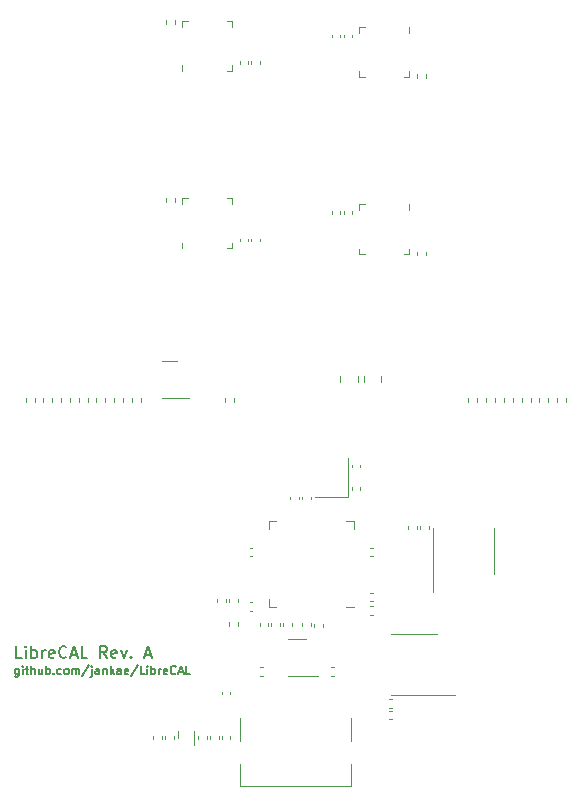
<source format=gbr>
%TF.GenerationSoftware,KiCad,Pcbnew,(6.0.7)*%
%TF.CreationDate,2022-08-30T14:04:15+02:00*%
%TF.ProjectId,LibreCAL,4c696272-6543-4414-9c2e-6b696361645f,rev?*%
%TF.SameCoordinates,Original*%
%TF.FileFunction,Legend,Top*%
%TF.FilePolarity,Positive*%
%FSLAX46Y46*%
G04 Gerber Fmt 4.6, Leading zero omitted, Abs format (unit mm)*
G04 Created by KiCad (PCBNEW (6.0.7)) date 2022-08-30 14:04:15*
%MOMM*%
%LPD*%
G01*
G04 APERTURE LIST*
%ADD10C,0.150000*%
%ADD11C,0.120000*%
G04 APERTURE END LIST*
D10*
X104309523Y-128552380D02*
X103833333Y-128552380D01*
X103833333Y-127552380D01*
X104642857Y-128552380D02*
X104642857Y-127885714D01*
X104642857Y-127552380D02*
X104595238Y-127600000D01*
X104642857Y-127647619D01*
X104690476Y-127600000D01*
X104642857Y-127552380D01*
X104642857Y-127647619D01*
X105119047Y-128552380D02*
X105119047Y-127552380D01*
X105119047Y-127933333D02*
X105214285Y-127885714D01*
X105404761Y-127885714D01*
X105500000Y-127933333D01*
X105547619Y-127980952D01*
X105595238Y-128076190D01*
X105595238Y-128361904D01*
X105547619Y-128457142D01*
X105500000Y-128504761D01*
X105404761Y-128552380D01*
X105214285Y-128552380D01*
X105119047Y-128504761D01*
X106023809Y-128552380D02*
X106023809Y-127885714D01*
X106023809Y-128076190D02*
X106071428Y-127980952D01*
X106119047Y-127933333D01*
X106214285Y-127885714D01*
X106309523Y-127885714D01*
X107023809Y-128504761D02*
X106928571Y-128552380D01*
X106738095Y-128552380D01*
X106642857Y-128504761D01*
X106595238Y-128409523D01*
X106595238Y-128028571D01*
X106642857Y-127933333D01*
X106738095Y-127885714D01*
X106928571Y-127885714D01*
X107023809Y-127933333D01*
X107071428Y-128028571D01*
X107071428Y-128123809D01*
X106595238Y-128219047D01*
X108071428Y-128457142D02*
X108023809Y-128504761D01*
X107880952Y-128552380D01*
X107785714Y-128552380D01*
X107642857Y-128504761D01*
X107547619Y-128409523D01*
X107500000Y-128314285D01*
X107452380Y-128123809D01*
X107452380Y-127980952D01*
X107500000Y-127790476D01*
X107547619Y-127695238D01*
X107642857Y-127600000D01*
X107785714Y-127552380D01*
X107880952Y-127552380D01*
X108023809Y-127600000D01*
X108071428Y-127647619D01*
X108452380Y-128266666D02*
X108928571Y-128266666D01*
X108357142Y-128552380D02*
X108690476Y-127552380D01*
X109023809Y-128552380D01*
X109833333Y-128552380D02*
X109357142Y-128552380D01*
X109357142Y-127552380D01*
X111500000Y-128552380D02*
X111166666Y-128076190D01*
X110928571Y-128552380D02*
X110928571Y-127552380D01*
X111309523Y-127552380D01*
X111404761Y-127600000D01*
X111452380Y-127647619D01*
X111500000Y-127742857D01*
X111500000Y-127885714D01*
X111452380Y-127980952D01*
X111404761Y-128028571D01*
X111309523Y-128076190D01*
X110928571Y-128076190D01*
X112309523Y-128504761D02*
X112214285Y-128552380D01*
X112023809Y-128552380D01*
X111928571Y-128504761D01*
X111880952Y-128409523D01*
X111880952Y-128028571D01*
X111928571Y-127933333D01*
X112023809Y-127885714D01*
X112214285Y-127885714D01*
X112309523Y-127933333D01*
X112357142Y-128028571D01*
X112357142Y-128123809D01*
X111880952Y-128219047D01*
X112690476Y-127885714D02*
X112928571Y-128552380D01*
X113166666Y-127885714D01*
X113547619Y-128457142D02*
X113595238Y-128504761D01*
X113547619Y-128552380D01*
X113500000Y-128504761D01*
X113547619Y-128457142D01*
X113547619Y-128552380D01*
X114738095Y-128266666D02*
X115214285Y-128266666D01*
X114642857Y-128552380D02*
X114976190Y-127552380D01*
X115309523Y-128552380D01*
X104033333Y-129450000D02*
X104033333Y-130016666D01*
X104000000Y-130083333D01*
X103966666Y-130116666D01*
X103900000Y-130150000D01*
X103800000Y-130150000D01*
X103733333Y-130116666D01*
X104033333Y-129883333D02*
X103966666Y-129916666D01*
X103833333Y-129916666D01*
X103766666Y-129883333D01*
X103733333Y-129850000D01*
X103700000Y-129783333D01*
X103700000Y-129583333D01*
X103733333Y-129516666D01*
X103766666Y-129483333D01*
X103833333Y-129450000D01*
X103966666Y-129450000D01*
X104033333Y-129483333D01*
X104366666Y-129916666D02*
X104366666Y-129450000D01*
X104366666Y-129216666D02*
X104333333Y-129250000D01*
X104366666Y-129283333D01*
X104400000Y-129250000D01*
X104366666Y-129216666D01*
X104366666Y-129283333D01*
X104600000Y-129450000D02*
X104866666Y-129450000D01*
X104700000Y-129216666D02*
X104700000Y-129816666D01*
X104733333Y-129883333D01*
X104800000Y-129916666D01*
X104866666Y-129916666D01*
X105100000Y-129916666D02*
X105100000Y-129216666D01*
X105400000Y-129916666D02*
X105400000Y-129550000D01*
X105366666Y-129483333D01*
X105300000Y-129450000D01*
X105200000Y-129450000D01*
X105133333Y-129483333D01*
X105100000Y-129516666D01*
X106033333Y-129450000D02*
X106033333Y-129916666D01*
X105733333Y-129450000D02*
X105733333Y-129816666D01*
X105766666Y-129883333D01*
X105833333Y-129916666D01*
X105933333Y-129916666D01*
X106000000Y-129883333D01*
X106033333Y-129850000D01*
X106366666Y-129916666D02*
X106366666Y-129216666D01*
X106366666Y-129483333D02*
X106433333Y-129450000D01*
X106566666Y-129450000D01*
X106633333Y-129483333D01*
X106666666Y-129516666D01*
X106700000Y-129583333D01*
X106700000Y-129783333D01*
X106666666Y-129850000D01*
X106633333Y-129883333D01*
X106566666Y-129916666D01*
X106433333Y-129916666D01*
X106366666Y-129883333D01*
X107000000Y-129850000D02*
X107033333Y-129883333D01*
X107000000Y-129916666D01*
X106966666Y-129883333D01*
X107000000Y-129850000D01*
X107000000Y-129916666D01*
X107633333Y-129883333D02*
X107566666Y-129916666D01*
X107433333Y-129916666D01*
X107366666Y-129883333D01*
X107333333Y-129850000D01*
X107300000Y-129783333D01*
X107300000Y-129583333D01*
X107333333Y-129516666D01*
X107366666Y-129483333D01*
X107433333Y-129450000D01*
X107566666Y-129450000D01*
X107633333Y-129483333D01*
X108033333Y-129916666D02*
X107966666Y-129883333D01*
X107933333Y-129850000D01*
X107900000Y-129783333D01*
X107900000Y-129583333D01*
X107933333Y-129516666D01*
X107966666Y-129483333D01*
X108033333Y-129450000D01*
X108133333Y-129450000D01*
X108200000Y-129483333D01*
X108233333Y-129516666D01*
X108266666Y-129583333D01*
X108266666Y-129783333D01*
X108233333Y-129850000D01*
X108200000Y-129883333D01*
X108133333Y-129916666D01*
X108033333Y-129916666D01*
X108566666Y-129916666D02*
X108566666Y-129450000D01*
X108566666Y-129516666D02*
X108600000Y-129483333D01*
X108666666Y-129450000D01*
X108766666Y-129450000D01*
X108833333Y-129483333D01*
X108866666Y-129550000D01*
X108866666Y-129916666D01*
X108866666Y-129550000D02*
X108900000Y-129483333D01*
X108966666Y-129450000D01*
X109066666Y-129450000D01*
X109133333Y-129483333D01*
X109166666Y-129550000D01*
X109166666Y-129916666D01*
X110000000Y-129183333D02*
X109400000Y-130083333D01*
X110233333Y-129450000D02*
X110233333Y-130050000D01*
X110200000Y-130116666D01*
X110133333Y-130150000D01*
X110100000Y-130150000D01*
X110233333Y-129216666D02*
X110200000Y-129250000D01*
X110233333Y-129283333D01*
X110266666Y-129250000D01*
X110233333Y-129216666D01*
X110233333Y-129283333D01*
X110866666Y-129916666D02*
X110866666Y-129550000D01*
X110833333Y-129483333D01*
X110766666Y-129450000D01*
X110633333Y-129450000D01*
X110566666Y-129483333D01*
X110866666Y-129883333D02*
X110800000Y-129916666D01*
X110633333Y-129916666D01*
X110566666Y-129883333D01*
X110533333Y-129816666D01*
X110533333Y-129750000D01*
X110566666Y-129683333D01*
X110633333Y-129650000D01*
X110800000Y-129650000D01*
X110866666Y-129616666D01*
X111200000Y-129450000D02*
X111200000Y-129916666D01*
X111200000Y-129516666D02*
X111233333Y-129483333D01*
X111300000Y-129450000D01*
X111400000Y-129450000D01*
X111466666Y-129483333D01*
X111500000Y-129550000D01*
X111500000Y-129916666D01*
X111833333Y-129916666D02*
X111833333Y-129216666D01*
X111900000Y-129650000D02*
X112100000Y-129916666D01*
X112100000Y-129450000D02*
X111833333Y-129716666D01*
X112700000Y-129916666D02*
X112700000Y-129550000D01*
X112666666Y-129483333D01*
X112600000Y-129450000D01*
X112466666Y-129450000D01*
X112400000Y-129483333D01*
X112700000Y-129883333D02*
X112633333Y-129916666D01*
X112466666Y-129916666D01*
X112400000Y-129883333D01*
X112366666Y-129816666D01*
X112366666Y-129750000D01*
X112400000Y-129683333D01*
X112466666Y-129650000D01*
X112633333Y-129650000D01*
X112700000Y-129616666D01*
X113300000Y-129883333D02*
X113233333Y-129916666D01*
X113100000Y-129916666D01*
X113033333Y-129883333D01*
X113000000Y-129816666D01*
X113000000Y-129550000D01*
X113033333Y-129483333D01*
X113100000Y-129450000D01*
X113233333Y-129450000D01*
X113300000Y-129483333D01*
X113333333Y-129550000D01*
X113333333Y-129616666D01*
X113000000Y-129683333D01*
X114133333Y-129183333D02*
X113533333Y-130083333D01*
X114700000Y-129916666D02*
X114366666Y-129916666D01*
X114366666Y-129216666D01*
X114933333Y-129916666D02*
X114933333Y-129450000D01*
X114933333Y-129216666D02*
X114900000Y-129250000D01*
X114933333Y-129283333D01*
X114966666Y-129250000D01*
X114933333Y-129216666D01*
X114933333Y-129283333D01*
X115266666Y-129916666D02*
X115266666Y-129216666D01*
X115266666Y-129483333D02*
X115333333Y-129450000D01*
X115466666Y-129450000D01*
X115533333Y-129483333D01*
X115566666Y-129516666D01*
X115600000Y-129583333D01*
X115600000Y-129783333D01*
X115566666Y-129850000D01*
X115533333Y-129883333D01*
X115466666Y-129916666D01*
X115333333Y-129916666D01*
X115266666Y-129883333D01*
X115900000Y-129916666D02*
X115900000Y-129450000D01*
X115900000Y-129583333D02*
X115933333Y-129516666D01*
X115966666Y-129483333D01*
X116033333Y-129450000D01*
X116100000Y-129450000D01*
X116600000Y-129883333D02*
X116533333Y-129916666D01*
X116400000Y-129916666D01*
X116333333Y-129883333D01*
X116300000Y-129816666D01*
X116300000Y-129550000D01*
X116333333Y-129483333D01*
X116400000Y-129450000D01*
X116533333Y-129450000D01*
X116600000Y-129483333D01*
X116633333Y-129550000D01*
X116633333Y-129616666D01*
X116300000Y-129683333D01*
X117333333Y-129850000D02*
X117300000Y-129883333D01*
X117200000Y-129916666D01*
X117133333Y-129916666D01*
X117033333Y-129883333D01*
X116966666Y-129816666D01*
X116933333Y-129750000D01*
X116900000Y-129616666D01*
X116900000Y-129516666D01*
X116933333Y-129383333D01*
X116966666Y-129316666D01*
X117033333Y-129250000D01*
X117133333Y-129216666D01*
X117200000Y-129216666D01*
X117300000Y-129250000D01*
X117333333Y-129283333D01*
X117600000Y-129716666D02*
X117933333Y-129716666D01*
X117533333Y-129916666D02*
X117766666Y-129216666D01*
X118000000Y-129916666D01*
X118566666Y-129916666D02*
X118233333Y-129916666D01*
X118233333Y-129216666D01*
D11*
%TO.C,R10*%
X108380000Y-106853641D02*
X108380000Y-106546359D01*
X107620000Y-106853641D02*
X107620000Y-106546359D01*
%TO.C,C19*%
X129040000Y-125692164D02*
X129040000Y-125907836D01*
X129760000Y-125692164D02*
X129760000Y-125907836D01*
%TO.C,C11*%
X121960000Y-131607836D02*
X121960000Y-131392164D01*
X121240000Y-131607836D02*
X121240000Y-131392164D01*
%TO.C,C27*%
X121560000Y-123592164D02*
X121560000Y-123807836D01*
X120840000Y-123592164D02*
X120840000Y-123807836D01*
%TO.C,R30*%
X110620000Y-106853641D02*
X110620000Y-106546359D01*
X111380000Y-106853641D02*
X111380000Y-106546359D01*
%TO.C,C14*%
X128760000Y-115107836D02*
X128760000Y-114892164D01*
X128040000Y-115107836D02*
X128040000Y-114892164D01*
%TO.C,C16*%
X133792164Y-119960000D02*
X134007836Y-119960000D01*
X133792164Y-119240000D02*
X134007836Y-119240000D01*
%TO.C,C10*%
X135392164Y-133760000D02*
X135607836Y-133760000D01*
X135392164Y-133040000D02*
X135607836Y-133040000D01*
%TO.C,C3*%
X123740000Y-78017164D02*
X123740000Y-78232836D01*
X124460000Y-78017164D02*
X124460000Y-78232836D01*
%TO.C,C17*%
X127760000Y-115107836D02*
X127760000Y-114892164D01*
X127040000Y-115107836D02*
X127040000Y-114892164D01*
%TO.C,J5*%
X132200000Y-133600000D02*
X132200000Y-135600000D01*
X122800000Y-133600000D02*
X122800000Y-135600000D01*
X132200000Y-137500000D02*
X132200000Y-139400000D01*
X122800000Y-137500000D02*
X122800000Y-139400000D01*
X122800000Y-139400000D02*
X132200000Y-139400000D01*
%TO.C,C26*%
X138760000Y-117392164D02*
X138760000Y-117607836D01*
X138040000Y-117392164D02*
X138040000Y-117607836D01*
%TO.C,U5*%
X137500000Y-131660000D02*
X140950000Y-131660000D01*
X137500000Y-126540000D02*
X135550000Y-126540000D01*
X137500000Y-131660000D02*
X135550000Y-131660000D01*
X137500000Y-126540000D02*
X139450000Y-126540000D01*
%TO.C,C7*%
X132260000Y-75982836D02*
X132260000Y-75767164D01*
X131540000Y-75982836D02*
X131540000Y-75767164D01*
%TO.C,C13*%
X132960000Y-112192164D02*
X132960000Y-112407836D01*
X132240000Y-112192164D02*
X132240000Y-112407836D01*
%TO.C,R1*%
X116520000Y-74853641D02*
X116520000Y-74546359D01*
X117280000Y-74853641D02*
X117280000Y-74546359D01*
%TO.C,R3*%
X137720000Y-79146359D02*
X137720000Y-79453641D01*
X138480000Y-79146359D02*
X138480000Y-79453641D01*
%TO.C,C30*%
X119960000Y-135192164D02*
X119960000Y-135407836D01*
X119240000Y-135192164D02*
X119240000Y-135407836D01*
%TO.C,U4*%
X132890000Y-90615000D02*
X132890000Y-90140000D01*
X137110000Y-93885000D02*
X137110000Y-94360000D01*
X132890000Y-94360000D02*
X133365000Y-94360000D01*
X137110000Y-94360000D02*
X136635000Y-94360000D01*
X132890000Y-90140000D02*
X133365000Y-90140000D01*
X137110000Y-90615000D02*
X137110000Y-90140000D01*
X132890000Y-93885000D02*
X132890000Y-94360000D01*
%TO.C,C20*%
X123807836Y-123840000D02*
X123592164Y-123840000D01*
X123807836Y-124560000D02*
X123592164Y-124560000D01*
%TO.C,C9*%
X135392164Y-132760000D02*
X135607836Y-132760000D01*
X135392164Y-132040000D02*
X135607836Y-132040000D01*
%TO.C,R11*%
X106120000Y-106853641D02*
X106120000Y-106546359D01*
X106880000Y-106853641D02*
X106880000Y-106546359D01*
%TO.C,C25*%
X137760000Y-117392164D02*
X137760000Y-117607836D01*
X137040000Y-117392164D02*
X137040000Y-117607836D01*
%TO.C,R25*%
X104620000Y-106853641D02*
X104620000Y-106546359D01*
X105380000Y-106853641D02*
X105380000Y-106546359D01*
%TO.C,R12*%
X121820000Y-125853641D02*
X121820000Y-125546359D01*
X122580000Y-125853641D02*
X122580000Y-125546359D01*
%TO.C,C28*%
X121240000Y-135192164D02*
X121240000Y-135407836D01*
X121960000Y-135192164D02*
X121960000Y-135407836D01*
%TO.C,R7*%
X133746359Y-124880000D02*
X134053641Y-124880000D01*
X133746359Y-124120000D02*
X134053641Y-124120000D01*
%TO.C,R13*%
X122580000Y-123853641D02*
X122580000Y-123546359D01*
X121820000Y-123853641D02*
X121820000Y-123546359D01*
%TO.C,U8*%
X144260000Y-119500000D02*
X144260000Y-117550000D01*
X144260000Y-119500000D02*
X144260000Y-121450000D01*
X139140000Y-119500000D02*
X139140000Y-122950000D01*
X139140000Y-119500000D02*
X139140000Y-117550000D01*
%TO.C,R26*%
X147380000Y-106853641D02*
X147380000Y-106546359D01*
X146620000Y-106853641D02*
X146620000Y-106546359D01*
%TO.C,C22*%
X128040000Y-125592164D02*
X128040000Y-125807836D01*
X128760000Y-125592164D02*
X128760000Y-125807836D01*
%TO.C,R27*%
X148880000Y-106853641D02*
X148880000Y-106546359D01*
X148120000Y-106853641D02*
X148120000Y-106546359D01*
%TO.C,C6*%
X130540000Y-90957836D02*
X130540000Y-90742164D01*
X131260000Y-90957836D02*
X131260000Y-90742164D01*
%TO.C,U1*%
X117890000Y-74640000D02*
X118365000Y-74640000D01*
X122110000Y-78860000D02*
X121635000Y-78860000D01*
X122110000Y-75115000D02*
X122110000Y-74640000D01*
X117890000Y-78385000D02*
X117890000Y-78860000D01*
X122110000Y-74640000D02*
X121635000Y-74640000D01*
X117890000Y-75115000D02*
X117890000Y-74640000D01*
X122110000Y-78385000D02*
X122110000Y-78860000D01*
%TO.C,C12*%
X132240000Y-114307836D02*
X132240000Y-114092164D01*
X132960000Y-114307836D02*
X132960000Y-114092164D01*
%TO.C,C29*%
X120240000Y-135192164D02*
X120240000Y-135407836D01*
X120960000Y-135192164D02*
X120960000Y-135407836D01*
%TO.C,U9*%
X117490000Y-135300000D02*
X117490000Y-134700000D01*
X118910000Y-135900000D02*
X118910000Y-134700000D01*
%TO.C,R6*%
X124753641Y-129320000D02*
X124446359Y-129320000D01*
X124753641Y-130080000D02*
X124446359Y-130080000D01*
%TO.C,R29*%
X109120000Y-106853641D02*
X109120000Y-106546359D01*
X109880000Y-106853641D02*
X109880000Y-106546359D01*
%TO.C,C21*%
X127160000Y-125592164D02*
X127160000Y-125807836D01*
X126440000Y-125592164D02*
X126440000Y-125807836D01*
%TO.C,Q1*%
X116800000Y-103440000D02*
X117450000Y-103440000D01*
X116800000Y-106560000D02*
X118475000Y-106560000D01*
X116800000Y-103440000D02*
X116150000Y-103440000D01*
X116800000Y-106560000D02*
X116150000Y-106560000D01*
%TO.C,R31*%
X112880000Y-106853641D02*
X112880000Y-106546359D01*
X112120000Y-106853641D02*
X112120000Y-106546359D01*
%TO.C,R34*%
X142120000Y-106853641D02*
X142120000Y-106546359D01*
X142880000Y-106853641D02*
X142880000Y-106546359D01*
%TO.C,C46*%
X132735000Y-105161252D02*
X132735000Y-104638748D01*
X131265000Y-105161252D02*
X131265000Y-104638748D01*
%TO.C,R5*%
X130446359Y-129320000D02*
X130753641Y-129320000D01*
X130446359Y-130080000D02*
X130753641Y-130080000D01*
%TO.C,R35*%
X122280000Y-106853641D02*
X122280000Y-106546359D01*
X121520000Y-106853641D02*
X121520000Y-106546359D01*
%TO.C,Y1*%
X131900000Y-114950000D02*
X131900000Y-111650000D01*
X129100000Y-114950000D02*
X131900000Y-114950000D01*
%TO.C,R28*%
X149620000Y-106853641D02*
X149620000Y-106546359D01*
X150380000Y-106853641D02*
X150380000Y-106546359D01*
%TO.C,U3*%
X132890000Y-79360000D02*
X133365000Y-79360000D01*
X137110000Y-79360000D02*
X136635000Y-79360000D01*
X132890000Y-78885000D02*
X132890000Y-79360000D01*
X132890000Y-75615000D02*
X132890000Y-75140000D01*
X137110000Y-78885000D02*
X137110000Y-79360000D01*
X132890000Y-75140000D02*
X133365000Y-75140000D01*
X137110000Y-75615000D02*
X137110000Y-75140000D01*
%TO.C,C1*%
X122740000Y-78017164D02*
X122740000Y-78232836D01*
X123460000Y-78017164D02*
X123460000Y-78232836D01*
%TO.C,C15*%
X133792164Y-123760000D02*
X134007836Y-123760000D01*
X133792164Y-123040000D02*
X134007836Y-123040000D01*
%TO.C,R32*%
X145120000Y-106853641D02*
X145120000Y-106546359D01*
X145880000Y-106853641D02*
X145880000Y-106546359D01*
%TO.C,C47*%
X134735000Y-105161252D02*
X134735000Y-104638748D01*
X133265000Y-105161252D02*
X133265000Y-104638748D01*
%TO.C,C23*%
X125440000Y-125592164D02*
X125440000Y-125807836D01*
X126160000Y-125592164D02*
X126160000Y-125807836D01*
%TO.C,C31*%
X116440000Y-135407836D02*
X116440000Y-135192164D01*
X117160000Y-135407836D02*
X117160000Y-135192164D01*
%TO.C,C24*%
X125160000Y-125592164D02*
X125160000Y-125807836D01*
X124440000Y-125592164D02*
X124440000Y-125807836D01*
%TO.C,R36*%
X113620000Y-106546359D02*
X113620000Y-106853641D01*
X114380000Y-106546359D02*
X114380000Y-106853641D01*
%TO.C,R33*%
X143620000Y-106853641D02*
X143620000Y-106546359D01*
X144380000Y-106853641D02*
X144380000Y-106546359D01*
%TO.C,C2*%
X122740000Y-93042164D02*
X122740000Y-93257836D01*
X123460000Y-93042164D02*
X123460000Y-93257836D01*
%TO.C,C4*%
X124460000Y-93042164D02*
X124460000Y-93257836D01*
X123740000Y-93042164D02*
X123740000Y-93257836D01*
%TO.C,C32*%
X115440000Y-135407836D02*
X115440000Y-135192164D01*
X116160000Y-135407836D02*
X116160000Y-135192164D01*
%TO.C,R2*%
X117280000Y-89953641D02*
X117280000Y-89646359D01*
X116520000Y-89953641D02*
X116520000Y-89646359D01*
%TO.C,U2*%
X122110000Y-89640000D02*
X121635000Y-89640000D01*
X122110000Y-93385000D02*
X122110000Y-93860000D01*
X122110000Y-90115000D02*
X122110000Y-89640000D01*
X117890000Y-90115000D02*
X117890000Y-89640000D01*
X117890000Y-93385000D02*
X117890000Y-93860000D01*
X117890000Y-89640000D02*
X118365000Y-89640000D01*
X122110000Y-93860000D02*
X121635000Y-93860000D01*
%TO.C,C8*%
X132260000Y-90957836D02*
X132260000Y-90742164D01*
X131540000Y-90957836D02*
X131540000Y-90742164D01*
%TO.C,C5*%
X131260000Y-75982836D02*
X131260000Y-75767164D01*
X130540000Y-75982836D02*
X130540000Y-75767164D01*
%TO.C,U7*%
X131760000Y-124210000D02*
X132410000Y-124210000D01*
X125840000Y-124210000D02*
X125190000Y-124210000D01*
X132410000Y-116990000D02*
X132410000Y-117640000D01*
X125190000Y-116990000D02*
X125190000Y-117640000D01*
X131760000Y-116990000D02*
X132410000Y-116990000D01*
X125190000Y-124210000D02*
X125190000Y-123560000D01*
X125840000Y-116990000D02*
X125190000Y-116990000D01*
%TO.C,U6*%
X127600000Y-130060000D02*
X129400000Y-130060000D01*
X127600000Y-126940000D02*
X128400000Y-126940000D01*
X127600000Y-126940000D02*
X126800000Y-126940000D01*
X127600000Y-130060000D02*
X126800000Y-130060000D01*
%TO.C,R4*%
X137720000Y-94146359D02*
X137720000Y-94453641D01*
X138480000Y-94146359D02*
X138480000Y-94453641D01*
%TO.C,C18*%
X123807836Y-119960000D02*
X123592164Y-119960000D01*
X123807836Y-119240000D02*
X123592164Y-119240000D01*
%TD*%
M02*

</source>
